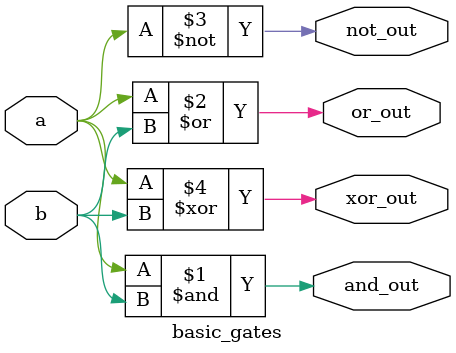
<source format=v>
module basic_gates(
    input a,b,
    output and_out, or_out, not_out, xor_out
);

    assign and_out=a&b;
    assign or_out=a|b;
    assign not_out=~a;
    assign xor_out=a^b;
endmodule
</source>
